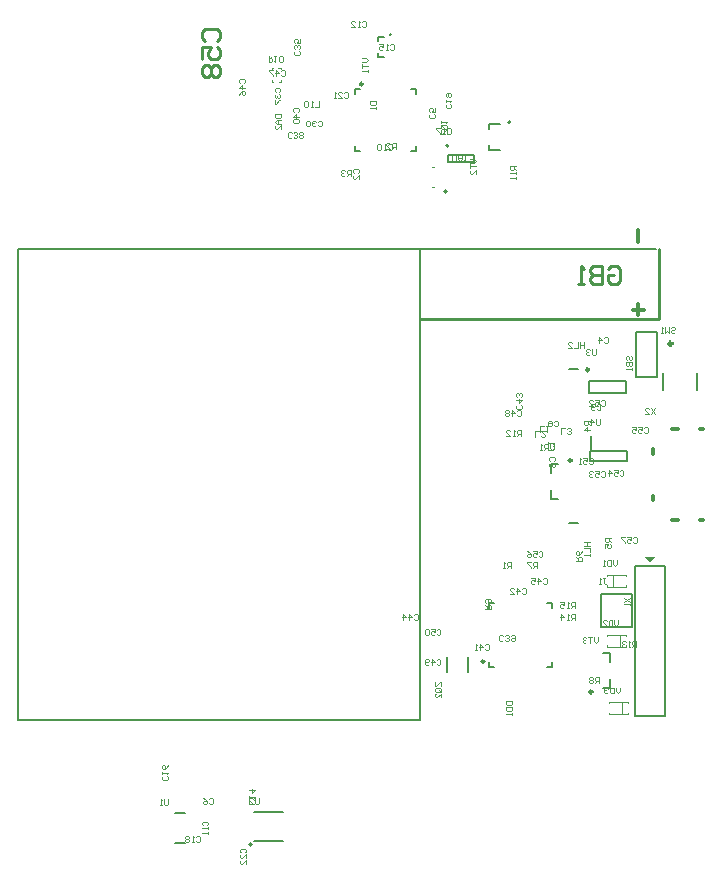
<source format=gbo>
G04*
G04 #@! TF.GenerationSoftware,Altium Limited,Altium Designer,20.2.6 (244)*
G04*
G04 Layer_Color=32896*
%FSLAX43Y43*%
%MOMM*%
G71*
G04*
G04 #@! TF.SameCoordinates,C84C0C97-952F-48A7-9790-35694251DD82*
G04*
G04*
G04 #@! TF.FilePolarity,Positive*
G04*
G01*
G75*
%ADD17C,0.200*%
%ADD18C,0.203*%
%ADD56C,0.250*%
%ADD59C,0.300*%
%ADD90C,0.100*%
%ADD91C,0.150*%
%ADD92C,0.254*%
%ADD93C,0.127*%
G36*
X76970Y35064D02*
X77970D01*
X77470Y34564D01*
X76970Y35064D01*
D02*
G37*
D17*
X60292Y65975D02*
G03*
X60292Y65975I-100J0D01*
G01*
X60433Y69841D02*
G03*
X60433Y69841I-100J0D01*
G01*
X65691Y71837D02*
G03*
X65691Y71837I-100J0D01*
G01*
X24079Y61125D02*
X78029Y61125D01*
X24029Y61075D02*
X24079Y61125D01*
X24029Y21275D02*
Y61075D01*
X58029Y21225D02*
Y61075D01*
X24029Y21225D02*
X58029Y21225D01*
X73331Y29060D02*
X76021D01*
X73331D02*
Y31900D01*
X76021D01*
Y29060D02*
Y31900D01*
X76200Y21590D02*
Y34290D01*
Y21590D02*
X78740D01*
X76200Y34290D02*
X78740D01*
Y21590D02*
Y34290D01*
X72364Y48903D02*
X75464D01*
X72364Y49903D02*
X75464D01*
Y48903D02*
Y49903D01*
X72364Y48903D02*
Y49903D01*
X69150Y39902D02*
Y40702D01*
Y39902D02*
X69750D01*
X69150Y42102D02*
Y42902D01*
X69750D01*
X73506Y23900D02*
X74106D01*
Y24700D01*
X73506Y26900D02*
X74106D01*
Y26100D02*
Y26900D01*
X72441Y43161D02*
X75541D01*
Y43961D01*
X72541D02*
X75541D01*
X72441D02*
X72541D01*
X72441Y43161D02*
Y43961D01*
X72541D02*
Y45261D01*
X70619Y50927D02*
X71381D01*
X70619Y37921D02*
X71381D01*
X60383Y68466D02*
Y69066D01*
X62583Y68466D02*
Y69066D01*
X60383D02*
X62583D01*
X60383Y68466D02*
X62583Y68466D01*
X63841Y71712D02*
X64841D01*
X63841Y71287D02*
Y71712D01*
Y69512D02*
X64841D01*
X63841D02*
Y69937D01*
X52518Y74609D02*
X52943D01*
X52518Y74184D02*
Y74609D01*
Y69409D02*
Y69834D01*
Y69409D02*
X52943D01*
X57293D02*
X57718D01*
Y69834D01*
X57293Y74609D02*
X57718D01*
Y74184D02*
Y74609D01*
X63848Y25748D02*
Y26173D01*
Y25748D02*
X64273D01*
X68823D02*
X69248D01*
Y26173D01*
Y30723D02*
Y31148D01*
X68823D02*
X69248D01*
X63848Y30723D02*
Y31148D01*
X64273D01*
X37331Y13315D02*
X38107D01*
X37331Y10815D02*
X38107D01*
D18*
X43815Y10668D02*
G03*
X43815Y10668I-127J0D01*
G01*
X43987Y10967D02*
X46437D01*
X43987Y13417D02*
X46437D01*
D56*
X72339Y50878D02*
G03*
X72339Y50878I-125J0D01*
G01*
X70875Y43202D02*
G03*
X70875Y43202I-125J0D01*
G01*
X72631Y23600D02*
G03*
X72631Y23600I-125J0D01*
G01*
X53193Y75059D02*
G03*
X53193Y75059I-125J0D01*
G01*
X63498Y26173D02*
G03*
X63498Y26173I-125J0D01*
G01*
D59*
X79388Y53089D02*
G03*
X79388Y53089I-141J0D01*
G01*
X76529Y61675D02*
Y62675D01*
Y55475D02*
Y56475D01*
X76029Y55975D02*
X77029D01*
X81750Y38125D02*
X82025D01*
X81750Y45875D02*
X82025D01*
X79350D02*
X79850D01*
X77800Y43775D02*
Y44125D01*
Y39875D02*
Y40225D01*
X79350Y38125D02*
X79850D01*
D90*
X46372Y76169D02*
G03*
X46372Y76169I-50J0D01*
G01*
X36094Y13040D02*
G03*
X36094Y13040I-50J0D01*
G01*
X75103Y21725D02*
Y22725D01*
X74003Y21725D02*
Y21825D01*
Y21725D02*
X75603D01*
Y21825D01*
X74003Y22625D02*
Y22725D01*
X75603D01*
Y22625D02*
Y22725D01*
X59067Y66350D02*
X59217D01*
X59067Y68050D02*
X59217D01*
X74976Y27440D02*
Y28440D01*
X73876Y27440D02*
Y27540D01*
Y27440D02*
X75476D01*
Y27540D01*
X73876Y28340D02*
Y28440D01*
X75476D01*
Y28340D02*
Y28440D01*
X74376Y32520D02*
Y33520D01*
X75476Y33420D02*
Y33520D01*
X73876D02*
X75476D01*
X73876Y33420D02*
Y33520D01*
X75476Y32520D02*
Y32620D01*
X73876Y32520D02*
X75476D01*
X73876D02*
Y32620D01*
X45472Y75244D02*
X45622D01*
X45472D02*
Y75394D01*
X46222Y75244D02*
Y75394D01*
X46072Y75244D02*
X46222D01*
X45472Y76244D02*
Y76394D01*
X45622D01*
X46222Y76344D02*
Y76394D01*
X46022D02*
X46222D01*
X36625Y16464D02*
X36708Y16381D01*
Y16214D01*
X36625Y16131D01*
X36291D01*
X36208Y16214D01*
Y16381D01*
X36291Y16464D01*
X36208Y16631D02*
Y16797D01*
Y16714D01*
X36708D01*
X36625Y16631D01*
X36708Y17380D02*
X36625Y17214D01*
X36458Y17047D01*
X36291D01*
X36208Y17130D01*
Y17297D01*
X36291Y17380D01*
X36375D01*
X36458Y17297D01*
Y17047D01*
X73279Y46677D02*
Y46261D01*
X73196Y46177D01*
X73029D01*
X72946Y46261D01*
Y46677D01*
X72529Y46177D02*
Y46677D01*
X72779Y46427D01*
X72446D01*
X79249Y54395D02*
X79332Y54478D01*
X79499D01*
X79582Y54395D01*
Y54312D01*
X79499Y54228D01*
X79332D01*
X79249Y54145D01*
Y54062D01*
X79332Y53978D01*
X79499D01*
X79582Y54062D01*
X79083Y54478D02*
Y53978D01*
X78916Y54145D01*
X78749Y53978D01*
Y54478D01*
X78583Y53978D02*
X78416D01*
X78499D01*
Y54478D01*
X78583Y54395D01*
X71171Y30683D02*
Y31183D01*
X70921D01*
X70838Y31100D01*
Y30933D01*
X70921Y30850D01*
X71171D01*
X71004D02*
X70838Y30683D01*
X70671D02*
X70504D01*
X70588D01*
Y31183D01*
X70671Y31100D01*
X69921Y31183D02*
X70254D01*
Y30933D01*
X70088Y31016D01*
X70005D01*
X69921Y30933D01*
Y30767D01*
X70005Y30683D01*
X70171D01*
X70254Y30767D01*
X71171Y29667D02*
Y30167D01*
X70921D01*
X70838Y30084D01*
Y29917D01*
X70921Y29834D01*
X71171D01*
X71004D02*
X70838Y29667D01*
X70671D02*
X70504D01*
X70588D01*
Y30167D01*
X70671Y30084D01*
X70005Y29667D02*
Y30167D01*
X70254Y29917D01*
X69921D01*
X73127Y28237D02*
Y27903D01*
X72960Y27737D01*
X72793Y27903D01*
Y28237D01*
X72627D02*
X72294D01*
X72460D01*
Y27737D01*
X72127Y28153D02*
X72044Y28237D01*
X71877D01*
X71794Y28153D01*
Y28070D01*
X71877Y27987D01*
X71960D01*
X71877D01*
X71794Y27903D01*
Y27820D01*
X71877Y27737D01*
X72044D01*
X72127Y27820D01*
X74955Y23969D02*
Y23636D01*
X74789Y23470D01*
X74622Y23636D01*
Y23969D01*
X74456D02*
Y23470D01*
X74206D01*
X74122Y23553D01*
Y23886D01*
X74206Y23969D01*
X74456D01*
X73956Y23886D02*
X73872Y23969D01*
X73706D01*
X73622Y23886D01*
Y23803D01*
X73706Y23720D01*
X73789D01*
X73706D01*
X73622Y23636D01*
Y23553D01*
X73706Y23470D01*
X73872D01*
X73956Y23553D01*
X74828Y29684D02*
Y29351D01*
X74662Y29185D01*
X74495Y29351D01*
Y29684D01*
X74329D02*
Y29185D01*
X74079D01*
X73995Y29268D01*
Y29601D01*
X74079Y29684D01*
X74329D01*
X73495Y29185D02*
X73829D01*
X73495Y29518D01*
Y29601D01*
X73579Y29684D01*
X73745D01*
X73829Y29601D01*
X74676Y34764D02*
Y34431D01*
X74509Y34265D01*
X74343Y34431D01*
Y34764D01*
X74176D02*
Y34265D01*
X73926D01*
X73843Y34348D01*
Y34681D01*
X73926Y34764D01*
X74176D01*
X73676Y34265D02*
X73510D01*
X73593D01*
Y34764D01*
X73676Y34681D01*
X76352Y27432D02*
Y27932D01*
X76102D01*
X76019Y27849D01*
Y27682D01*
X76102Y27599D01*
X76352D01*
X76186D02*
X76019Y27432D01*
X75853D02*
X75686D01*
X75769D01*
Y27932D01*
X75853Y27849D01*
X75436D02*
X75353Y27932D01*
X75186D01*
X75103Y27849D01*
Y27765D01*
X75186Y27682D01*
X75269D01*
X75186D01*
X75103Y27599D01*
Y27515D01*
X75186Y27432D01*
X75353D01*
X75436Y27515D01*
X73152Y24333D02*
Y24833D01*
X72902D01*
X72819Y24750D01*
Y24583D01*
X72902Y24500D01*
X73152D01*
X72985D02*
X72819Y24333D01*
X72652Y24750D02*
X72569Y24833D01*
X72402D01*
X72319Y24750D01*
Y24666D01*
X72402Y24583D01*
X72319Y24500D01*
Y24417D01*
X72402Y24333D01*
X72569D01*
X72652Y24417D01*
Y24500D01*
X72569Y24583D01*
X72652Y24666D01*
Y24750D01*
X72569Y24583D02*
X72402D01*
X76045Y36620D02*
X76128Y36703D01*
X76294D01*
X76378Y36620D01*
Y36286D01*
X76294Y36203D01*
X76128D01*
X76045Y36286D01*
X75545Y36703D02*
X75878D01*
Y36453D01*
X75711Y36536D01*
X75628D01*
X75545Y36453D01*
Y36286D01*
X75628Y36203D01*
X75795D01*
X75878Y36286D01*
X75378Y36703D02*
X75045D01*
Y36620D01*
X75378Y36286D01*
Y36203D01*
X68069Y35443D02*
X68152Y35526D01*
X68319D01*
X68402Y35443D01*
Y35110D01*
X68319Y35027D01*
X68152D01*
X68069Y35110D01*
X67569Y35526D02*
X67902D01*
Y35277D01*
X67736Y35360D01*
X67652D01*
X67569Y35277D01*
Y35110D01*
X67652Y35027D01*
X67819D01*
X67902Y35110D01*
X67069Y35526D02*
X67236Y35443D01*
X67403Y35277D01*
Y35110D01*
X67319Y35027D01*
X67153D01*
X67069Y35110D01*
Y35193D01*
X67153Y35277D01*
X67403D01*
X65761Y34112D02*
Y34612D01*
X65511D01*
X65427Y34529D01*
Y34362D01*
X65511Y34279D01*
X65761D01*
X65594D02*
X65427Y34112D01*
X65261D02*
X65094D01*
X65177D01*
Y34612D01*
X65261Y34529D01*
X67945Y34112D02*
Y34612D01*
X67695D01*
X67612Y34529D01*
Y34362D01*
X67695Y34279D01*
X67945D01*
X67778D02*
X67612Y34112D01*
X67445Y34612D02*
X67112D01*
Y34529D01*
X67445Y34196D01*
Y34112D01*
X77953Y47642D02*
X77619Y47142D01*
Y47642D02*
X77953Y47142D01*
X77120D02*
X77453D01*
X77120Y47476D01*
Y47559D01*
X77203Y47642D01*
X77369D01*
X77453Y47559D01*
X72898Y52646D02*
Y52230D01*
X72815Y52146D01*
X72648D01*
X72565Y52230D01*
Y52646D01*
X72398Y52563D02*
X72315Y52646D01*
X72148D01*
X72065Y52563D01*
Y52479D01*
X72148Y52396D01*
X72232D01*
X72148D01*
X72065Y52313D01*
Y52230D01*
X72148Y52146D01*
X72315D01*
X72398Y52230D01*
X71882Y53205D02*
Y52705D01*
Y52955D01*
X71549D01*
Y53205D01*
Y52705D01*
X71382Y53205D02*
Y52705D01*
X71049D01*
X70549D02*
X70882D01*
X70549Y53038D01*
Y53122D01*
X70632Y53205D01*
X70799D01*
X70882Y53122D01*
X77010Y45959D02*
X77093Y46042D01*
X77260D01*
X77343Y45959D01*
Y45626D01*
X77260Y45542D01*
X77093D01*
X77010Y45626D01*
X76510Y46042D02*
X76843D01*
Y45792D01*
X76677Y45875D01*
X76593D01*
X76510Y45792D01*
Y45626D01*
X76593Y45542D01*
X76760D01*
X76843Y45626D01*
X76010Y46042D02*
X76343D01*
Y45792D01*
X76177Y45875D01*
X76093D01*
X76010Y45792D01*
Y45626D01*
X76093Y45542D01*
X76260D01*
X76343Y45626D01*
X74927Y42301D02*
X75010Y42384D01*
X75177D01*
X75260Y42301D01*
Y41968D01*
X75177Y41885D01*
X75010D01*
X74927Y41968D01*
X74427Y42384D02*
X74760D01*
Y42135D01*
X74594Y42218D01*
X74510D01*
X74427Y42135D01*
Y41968D01*
X74510Y41885D01*
X74677D01*
X74760Y41968D01*
X74011Y41885D02*
Y42384D01*
X74261Y42135D01*
X73927D01*
X73327Y42225D02*
X73410Y42308D01*
X73577D01*
X73660Y42225D01*
Y41892D01*
X73577Y41808D01*
X73410D01*
X73327Y41892D01*
X72827Y42308D02*
X73160D01*
Y42058D01*
X72994Y42142D01*
X72910D01*
X72827Y42058D01*
Y41892D01*
X72910Y41808D01*
X73077D01*
X73160Y41892D01*
X72660Y42225D02*
X72577Y42308D01*
X72410D01*
X72327Y42225D01*
Y42142D01*
X72410Y42058D01*
X72494D01*
X72410D01*
X72327Y41975D01*
Y41892D01*
X72410Y41808D01*
X72577D01*
X72660Y41892D01*
X73327Y48194D02*
X73410Y48277D01*
X73577D01*
X73660Y48194D01*
Y47861D01*
X73577Y47777D01*
X73410D01*
X73327Y47861D01*
X72827Y48277D02*
X73160D01*
Y48027D01*
X72994Y48111D01*
X72910D01*
X72827Y48027D01*
Y47861D01*
X72910Y47777D01*
X73077D01*
X73160Y47861D01*
X72327Y47777D02*
X72660D01*
X72327Y48111D01*
Y48194D01*
X72410Y48277D01*
X72577D01*
X72660Y48194D01*
X72311Y43351D02*
X72394Y43434D01*
X72561D01*
X72644Y43351D01*
Y43017D01*
X72561Y42934D01*
X72394D01*
X72311Y43017D01*
X71811Y43434D02*
X72144D01*
Y43184D01*
X71978Y43267D01*
X71894D01*
X71811Y43184D01*
Y43017D01*
X71894Y42934D01*
X72061D01*
X72144Y43017D01*
X71644Y42934D02*
X71478D01*
X71561D01*
Y43434D01*
X71644Y43351D01*
X66599Y45288D02*
Y45788D01*
X66349D01*
X66266Y45705D01*
Y45538D01*
X66349Y45455D01*
X66599D01*
X66432D02*
X66266Y45288D01*
X66099D02*
X65932D01*
X66016D01*
Y45788D01*
X66099Y45705D01*
X65349Y45288D02*
X65682D01*
X65349Y45621D01*
Y45705D01*
X65433Y45788D01*
X65599D01*
X65682Y45705D01*
X56007Y69545D02*
Y70045D01*
X55757D01*
X55674Y69962D01*
Y69795D01*
X55757Y69712D01*
X56007D01*
X55840D02*
X55674Y69545D01*
X55174D02*
X55507D01*
X55174Y69878D01*
Y69962D01*
X55257Y70045D01*
X55424D01*
X55507Y69962D01*
X59433Y28839D02*
X59516Y28922D01*
X59683D01*
X59766Y28839D01*
Y28506D01*
X59683Y28423D01*
X59516D01*
X59433Y28506D01*
X58933Y28922D02*
X59266D01*
Y28673D01*
X59100Y28756D01*
X59016D01*
X58933Y28673D01*
Y28506D01*
X59016Y28423D01*
X59183D01*
X59266Y28506D01*
X58767Y28839D02*
X58683Y28922D01*
X58517D01*
X58433Y28839D01*
Y28506D01*
X58517Y28423D01*
X58683D01*
X58767Y28506D01*
Y28839D01*
X59433Y26299D02*
X59516Y26382D01*
X59683D01*
X59766Y26299D01*
Y25966D01*
X59683Y25883D01*
X59516D01*
X59433Y25966D01*
X59016Y25883D02*
Y26382D01*
X59266Y26133D01*
X58933D01*
X58767Y25966D02*
X58683Y25883D01*
X58517D01*
X58433Y25966D01*
Y26299D01*
X58517Y26382D01*
X58683D01*
X58767Y26299D01*
Y26216D01*
X58683Y26133D01*
X58433D01*
X66266Y47407D02*
X66349Y47490D01*
X66515D01*
X66599Y47407D01*
Y47073D01*
X66515Y46990D01*
X66349D01*
X66266Y47073D01*
X65849Y46990D02*
Y47490D01*
X66099Y47240D01*
X65766D01*
X65599Y47407D02*
X65516Y47490D01*
X65349D01*
X65266Y47407D01*
Y47323D01*
X65349Y47240D01*
X65266Y47157D01*
Y47073D01*
X65349Y46990D01*
X65516D01*
X65599Y47073D01*
Y47157D01*
X65516Y47240D01*
X65599Y47323D01*
Y47407D01*
X65516Y47240D02*
X65349D01*
X46276Y76185D02*
X46359Y76268D01*
X46526D01*
X46609Y76185D01*
Y75852D01*
X46526Y75768D01*
X46359D01*
X46276Y75852D01*
X45859Y75768D02*
Y76268D01*
X46109Y76018D01*
X45776D01*
X45609Y76268D02*
X45276D01*
Y76185D01*
X45609Y75852D01*
Y75768D01*
X60322Y71283D02*
X60405Y71366D01*
X60572D01*
X60655Y71283D01*
Y70949D01*
X60572Y70866D01*
X60405D01*
X60322Y70949D01*
X60155Y70866D02*
X59989D01*
X60072D01*
Y71366D01*
X60155Y71283D01*
X59739Y71366D02*
X59406D01*
Y71283D01*
X59739Y70949D01*
Y70866D01*
X55471Y78369D02*
X55554Y78452D01*
X55720D01*
X55804Y78369D01*
Y78036D01*
X55720Y77953D01*
X55554D01*
X55471Y78036D01*
X55304Y77953D02*
X55137D01*
X55221D01*
Y78452D01*
X55304Y78369D01*
X54554Y78452D02*
X54887D01*
Y78203D01*
X54721Y78286D01*
X54638D01*
X54554Y78203D01*
Y78036D01*
X54638Y77953D01*
X54804D01*
X54887Y78036D01*
X69382Y44569D02*
Y44236D01*
X69215Y44069D01*
X69049Y44236D01*
Y44569D01*
X68882Y44069D02*
Y44569D01*
X68632D01*
X68549Y44486D01*
Y44319D01*
X68632Y44236D01*
X68882D01*
X68715D02*
X68549Y44069D01*
X68382D02*
X68216D01*
X68299D01*
Y44569D01*
X68382Y44486D01*
X39035Y11343D02*
X39118Y11426D01*
X39285D01*
X39368Y11343D01*
Y11009D01*
X39285Y10926D01*
X39118D01*
X39035Y11009D01*
X38868Y10926D02*
X38702D01*
X38785D01*
Y11426D01*
X38868Y11343D01*
X38452D02*
X38369Y11426D01*
X38202D01*
X38119Y11343D01*
Y11259D01*
X38202Y11176D01*
X38119Y11093D01*
Y11009D01*
X38202Y10926D01*
X38369D01*
X38452Y11009D01*
Y11093D01*
X38369Y11176D01*
X38452Y11259D01*
Y11343D01*
X38369Y11176D02*
X38202D01*
X73530Y33240D02*
X73697D01*
X73613D01*
Y32824D01*
X73697Y32741D01*
X73780D01*
X73863Y32824D01*
X73363Y32741D02*
X73197D01*
X73280D01*
Y33240D01*
X73363Y33157D01*
X44399Y14622D02*
Y14206D01*
X44316Y14122D01*
X44149D01*
X44066Y14206D01*
Y14622D01*
X43566Y14122D02*
X43899D01*
X43566Y14456D01*
Y14539D01*
X43649Y14622D01*
X43816D01*
X43899Y14539D01*
X36703Y14546D02*
Y14130D01*
X36620Y14046D01*
X36453D01*
X36370Y14130D01*
Y14546D01*
X36203Y14046D02*
X36037D01*
X36120D01*
Y14546D01*
X36203Y14463D01*
X51610Y74331D02*
X51693Y74414D01*
X51860D01*
X51943Y74331D01*
Y73997D01*
X51860Y73914D01*
X51693D01*
X51610Y73997D01*
X51110Y73914D02*
X51443D01*
X51110Y74247D01*
Y74331D01*
X51193Y74414D01*
X51360D01*
X51443Y74331D01*
X50943Y73914D02*
X50777D01*
X50860D01*
Y74414D01*
X50943Y74331D01*
X55318Y69886D02*
X55401Y69969D01*
X55568D01*
X55651Y69886D01*
Y69552D01*
X55568Y69469D01*
X55401D01*
X55318Y69552D01*
X55152Y69469D02*
X54985D01*
X55068D01*
Y69969D01*
X55152Y69886D01*
X54735D02*
X54652Y69969D01*
X54485D01*
X54402Y69886D01*
Y69552D01*
X54485Y69469D01*
X54652D01*
X54735Y69552D01*
Y69886D01*
X69390Y46492D02*
X69473Y46575D01*
X69640D01*
X69723Y46492D01*
Y46159D01*
X69640Y46076D01*
X69473D01*
X69390Y46159D01*
X69223Y46492D02*
X69140Y46575D01*
X68973D01*
X68890Y46492D01*
Y46409D01*
X68973Y46326D01*
X68890Y46242D01*
Y46159D01*
X68973Y46076D01*
X69140D01*
X69223Y46159D01*
Y46242D01*
X69140Y46326D01*
X69223Y46409D01*
Y46492D01*
X69140Y46326D02*
X68973D01*
X40180Y14514D02*
X40263Y14597D01*
X40430D01*
X40513Y14514D01*
Y14180D01*
X40430Y14097D01*
X40263D01*
X40180Y14180D01*
X39680Y14597D02*
X39847Y14514D01*
X40013Y14347D01*
Y14180D01*
X39930Y14097D01*
X39763D01*
X39680Y14180D01*
Y14264D01*
X39763Y14347D01*
X40013D01*
X73581Y53528D02*
X73664Y53611D01*
X73831D01*
X73914Y53528D01*
Y53195D01*
X73831Y53111D01*
X73664D01*
X73581Y53195D01*
X73164Y53111D02*
Y53611D01*
X73414Y53361D01*
X73081D01*
X59313Y24464D02*
Y24131D01*
X59396D01*
X59730Y24464D01*
X59813D01*
Y24131D01*
X59730Y23631D02*
X59396D01*
X59313Y23714D01*
Y23881D01*
X59396Y23964D01*
X59730D01*
X59813Y23881D01*
Y23714D01*
X59646Y23797D02*
X59813Y23631D01*
Y23714D02*
X59730Y23631D01*
X59813Y23131D02*
Y23464D01*
X59480Y23131D01*
X59396D01*
X59313Y23214D01*
Y23381D01*
X59396Y23464D01*
X60281Y70799D02*
Y71133D01*
X60198D01*
X59864Y70799D01*
X59781D01*
Y71133D01*
X59864Y71632D02*
X60198D01*
X60281Y71549D01*
Y71383D01*
X60198Y71299D01*
X59864D01*
X59781Y71383D01*
Y71549D01*
X59948Y71466D02*
X59781Y71632D01*
Y71549D02*
X59864Y71632D01*
X59781Y71799D02*
Y71966D01*
Y71882D01*
X60281D01*
X60198Y71799D01*
X75315Y31584D02*
X75815Y31250D01*
X75315D02*
X75815Y31584D01*
Y31084D02*
Y30917D01*
Y31001D01*
X75315D01*
X75398Y31084D01*
X62234Y68755D02*
X62567D01*
X62734Y68588D01*
X62567Y68422D01*
X62234D01*
Y68255D02*
Y67922D01*
Y68088D01*
X62734D01*
Y67422D02*
Y67755D01*
X62401Y67422D01*
X62317D01*
X62234Y67505D01*
Y67672D01*
X62317Y67755D01*
X53105Y77292D02*
X53438D01*
X53605Y77125D01*
X53438Y76958D01*
X53105D01*
Y76792D02*
Y76459D01*
Y76625D01*
X53605D01*
Y76292D02*
Y76125D01*
Y76209D01*
X53105D01*
X53188Y76292D01*
X75525Y51696D02*
X75442Y51779D01*
Y51946D01*
X75525Y52029D01*
X75609D01*
X75692Y51946D01*
Y51779D01*
X75775Y51696D01*
X75859D01*
X75942Y51779D01*
Y51946D01*
X75859Y52029D01*
X75442Y51529D02*
X75942D01*
Y51279D01*
X75859Y51196D01*
X75775D01*
X75692Y51279D01*
Y51529D01*
Y51279D01*
X75609Y51196D01*
X75525D01*
X75442Y51279D01*
Y51529D01*
X75942Y51029D02*
Y50863D01*
Y50946D01*
X75442D01*
X75525Y51029D01*
X49479Y73652D02*
Y73152D01*
X49146D01*
X48979D02*
X48813D01*
X48896D01*
Y73652D01*
X48979Y73569D01*
X48563D02*
X48480Y73652D01*
X48313D01*
X48230Y73569D01*
Y73235D01*
X48313Y73152D01*
X48480D01*
X48563Y73235D01*
Y73569D01*
X69996Y45470D02*
Y45970D01*
X70329D01*
X70496Y45553D02*
X70579Y45470D01*
X70746D01*
X70829Y45553D01*
Y45637D01*
X70746Y45720D01*
X70662D01*
X70746D01*
X70829Y45803D01*
Y45887D01*
X70746Y45970D01*
X70579D01*
X70496Y45887D01*
X67774Y45216D02*
Y45716D01*
X68107D01*
X68607D02*
X68274D01*
X68607Y45383D01*
Y45299D01*
X68524Y45216D01*
X68357D01*
X68274Y45299D01*
X68174Y45597D02*
Y46097D01*
X68508D01*
X68674D02*
X68841D01*
X68757D01*
Y45597D01*
X68674Y45680D01*
X71893Y36265D02*
X72393D01*
X72143D01*
Y35931D01*
X71893D01*
X72393D01*
X71893Y35765D02*
X72393D01*
Y35432D01*
Y35265D02*
Y35098D01*
Y35182D01*
X71893D01*
X71976Y35265D01*
X60768Y68560D02*
Y69060D01*
X61018D01*
X61102Y68977D01*
Y68643D01*
X61018Y68560D01*
X60768D01*
X61268Y69060D02*
Y68727D01*
X61435Y68560D01*
X61601Y68727D01*
Y69060D01*
Y68810D01*
X61268D01*
X61768Y69060D02*
X61935D01*
X61851D01*
Y68560D01*
X61768Y68643D01*
X66163Y68130D02*
X65663D01*
Y67880D01*
X65746Y67797D01*
X65913D01*
X65996Y67880D01*
Y68130D01*
Y67963D02*
X66163Y67797D01*
Y67630D02*
Y67463D01*
Y67547D01*
X65663D01*
X65746Y67630D01*
X66163Y67214D02*
Y67047D01*
Y67130D01*
X65663D01*
X65746Y67214D01*
X45206Y77466D02*
Y76966D01*
X45456D01*
X45539Y77049D01*
Y77216D01*
X45456Y77299D01*
X45206D01*
X45372D02*
X45539Y77466D01*
X45706D02*
X45872D01*
X45789D01*
Y76966D01*
X45706Y77049D01*
X46122D02*
X46205Y76966D01*
X46372D01*
X46455Y77049D01*
Y77383D01*
X46372Y77466D01*
X46205D01*
X46122Y77383D01*
Y77049D01*
X63504Y30623D02*
X64004D01*
Y30873D01*
X63921Y30956D01*
X63754D01*
X63671Y30873D01*
Y30623D01*
Y30790D02*
X63504Y30956D01*
X63587Y31123D02*
X63504Y31206D01*
Y31373D01*
X63587Y31456D01*
X63921D01*
X64004Y31373D01*
Y31206D01*
X63921Y31123D01*
X63837D01*
X63754Y31206D01*
Y31456D01*
X71258Y34694D02*
X71758D01*
Y34944D01*
X71675Y35027D01*
X71508D01*
X71425Y34944D01*
Y34694D01*
Y34861D02*
X71258Y35027D01*
X71758Y35527D02*
X71675Y35360D01*
X71508Y35194D01*
X71341D01*
X71258Y35277D01*
Y35444D01*
X71341Y35527D01*
X71425D01*
X71508Y35444D01*
Y35194D01*
X74231Y36620D02*
X73731D01*
Y36370D01*
X73814Y36287D01*
X73981D01*
X74064Y36370D01*
Y36620D01*
Y36453D02*
X74231Y36287D01*
X73731Y35787D02*
Y36120D01*
X73981D01*
X73898Y35954D01*
Y35870D01*
X73981Y35787D01*
X74148D01*
X74231Y35870D01*
Y36037D01*
X74148Y36120D01*
X72393Y46526D02*
X71893D01*
Y46276D01*
X71976Y46193D01*
X72143D01*
X72226Y46276D01*
Y46526D01*
Y46359D02*
X72393Y46193D01*
Y45776D02*
X71893D01*
X72143Y46026D01*
Y45693D01*
X52174Y67314D02*
Y67814D01*
X51924D01*
X51841Y67731D01*
Y67564D01*
X51924Y67481D01*
X52174D01*
X52007D02*
X51841Y67314D01*
X51674Y67731D02*
X51591Y67814D01*
X51424D01*
X51341Y67731D01*
Y67647D01*
X51424Y67564D01*
X51508D01*
X51424D01*
X51341Y67481D01*
Y67397D01*
X51424Y67314D01*
X51591D01*
X51674Y67397D01*
X65282Y22817D02*
X65782D01*
Y22567D01*
X65699Y22483D01*
X65365D01*
X65282Y22567D01*
Y22817D01*
Y22317D02*
X65782D01*
Y22067D01*
X65699Y21984D01*
X65365D01*
X65282Y22067D01*
Y22317D01*
X65782Y21817D02*
Y21650D01*
Y21734D01*
X65282D01*
X65365Y21817D01*
X45724Y72557D02*
X46224D01*
Y72307D01*
X46141Y72224D01*
X45807D01*
X45724Y72307D01*
Y72557D01*
X46224Y72057D02*
X45891D01*
X45724Y71890D01*
X45891Y71724D01*
X46224D01*
X45974D01*
Y72057D01*
X46224Y71224D02*
Y71557D01*
X45891Y71224D01*
X45807D01*
X45724Y71307D01*
Y71474D01*
X45807Y71557D01*
X53828Y73632D02*
X54328D01*
Y73382D01*
X54245Y73298D01*
X53911D01*
X53828Y73382D01*
Y73632D01*
X54328Y73132D02*
Y72965D01*
Y73049D01*
X53828D01*
X53911Y73132D01*
X42759Y75145D02*
X42676Y75228D01*
Y75395D01*
X42759Y75478D01*
X43093D01*
X43176Y75395D01*
Y75228D01*
X43093Y75145D01*
X43176Y74728D02*
X42676D01*
X42926Y74978D01*
Y74645D01*
X42676Y74145D02*
X42759Y74312D01*
X42926Y74478D01*
X43093D01*
X43176Y74395D01*
Y74228D01*
X43093Y74145D01*
X43009D01*
X42926Y74228D01*
Y74478D01*
X68414Y33187D02*
X68497Y33270D01*
X68664D01*
X68747Y33187D01*
Y32853D01*
X68664Y32770D01*
X68497D01*
X68414Y32853D01*
X67997Y32770D02*
Y33270D01*
X68247Y33020D01*
X67914D01*
X67414Y33270D02*
X67747D01*
Y33020D01*
X67581Y33103D01*
X67497D01*
X67414Y33020D01*
Y32853D01*
X67497Y32770D01*
X67664D01*
X67747Y32853D01*
X57500Y30139D02*
X57583Y30222D01*
X57750D01*
X57833Y30139D01*
Y29805D01*
X57750Y29722D01*
X57583D01*
X57500Y29805D01*
X57083Y29722D02*
Y30222D01*
X57333Y29972D01*
X57000D01*
X56583Y29722D02*
Y30222D01*
X56833Y29972D01*
X56500D01*
X66588Y47918D02*
X66671Y47835D01*
Y47668D01*
X66588Y47585D01*
X66254D01*
X66171Y47668D01*
Y47835D01*
X66254Y47918D01*
X66171Y48335D02*
X66671D01*
X66421Y48085D01*
Y48418D01*
X66588Y48585D02*
X66671Y48668D01*
Y48835D01*
X66588Y48918D01*
X66504D01*
X66421Y48835D01*
Y48751D01*
Y48835D01*
X66338Y48918D01*
X66254D01*
X66171Y48835D01*
Y48668D01*
X66254Y48585D01*
X66636Y32298D02*
X66719Y32381D01*
X66886D01*
X66969Y32298D01*
Y31964D01*
X66886Y31881D01*
X66719D01*
X66636Y31964D01*
X66219Y31881D02*
Y32381D01*
X66469Y32131D01*
X66136D01*
X65636Y31881D02*
X65969D01*
X65636Y32214D01*
Y32298D01*
X65719Y32381D01*
X65886D01*
X65969Y32298D01*
X63548Y27595D02*
X63631Y27678D01*
X63798D01*
X63881Y27595D01*
Y27261D01*
X63798Y27178D01*
X63631D01*
X63548Y27261D01*
X63131Y27178D02*
Y27678D01*
X63381Y27428D01*
X63048D01*
X62881Y27178D02*
X62715D01*
X62798D01*
Y27678D01*
X62881Y27595D01*
X47331Y72732D02*
X47248Y72815D01*
Y72982D01*
X47331Y73065D01*
X47665D01*
X47748Y72982D01*
Y72815D01*
X47665Y72732D01*
X47748Y72315D02*
X47248D01*
X47498Y72565D01*
Y72232D01*
X47331Y72065D02*
X47248Y71982D01*
Y71815D01*
X47331Y71732D01*
X47665D01*
X47748Y71815D01*
Y71982D01*
X47665Y72065D01*
X47331D01*
X65063Y28027D02*
X64980Y27944D01*
X64813D01*
X64730Y28027D01*
Y28361D01*
X64813Y28444D01*
X64980D01*
X65063Y28361D01*
X65230Y28027D02*
X65313Y27944D01*
X65480D01*
X65563Y28027D01*
Y28111D01*
X65480Y28194D01*
X65397D01*
X65480D01*
X65563Y28277D01*
Y28361D01*
X65480Y28444D01*
X65313D01*
X65230Y28361D01*
X65730D02*
X65813Y28444D01*
X65980D01*
X66063Y28361D01*
Y28027D01*
X65980Y27944D01*
X65813D01*
X65730Y28027D01*
Y28111D01*
X65813Y28194D01*
X66063D01*
X47156Y70572D02*
X47073Y70489D01*
X46906D01*
X46823Y70572D01*
Y70906D01*
X46906Y70989D01*
X47073D01*
X47156Y70906D01*
X47323Y70572D02*
X47406Y70489D01*
X47573D01*
X47656Y70572D01*
Y70656D01*
X47573Y70739D01*
X47490D01*
X47573D01*
X47656Y70822D01*
Y70906D01*
X47573Y70989D01*
X47406D01*
X47323Y70906D01*
X47823Y70572D02*
X47906Y70489D01*
X48073D01*
X48156Y70572D01*
Y70656D01*
X48073Y70739D01*
X48156Y70822D01*
Y70906D01*
X48073Y70989D01*
X47906D01*
X47823Y70906D01*
Y70822D01*
X47906Y70739D01*
X47823Y70656D01*
Y70572D01*
X47906Y70739D02*
X48073D01*
X45798Y74383D02*
X45715Y74466D01*
Y74633D01*
X45798Y74716D01*
X46132D01*
X46215Y74633D01*
Y74466D01*
X46132Y74383D01*
X45798Y74216D02*
X45715Y74133D01*
Y73966D01*
X45798Y73883D01*
X45882D01*
X45965Y73966D01*
Y74049D01*
Y73966D01*
X46048Y73883D01*
X46132D01*
X46215Y73966D01*
Y74133D01*
X46132Y74216D01*
X45715Y73716D02*
Y73383D01*
X45798D01*
X46132Y73716D01*
X46215D01*
X47792Y77890D02*
X47875Y77807D01*
Y77640D01*
X47792Y77557D01*
X47458D01*
X47375Y77640D01*
Y77807D01*
X47458Y77890D01*
X47792Y78057D02*
X47875Y78140D01*
Y78307D01*
X47792Y78390D01*
X47708D01*
X47625Y78307D01*
Y78224D01*
Y78307D01*
X47542Y78390D01*
X47458D01*
X47375Y78307D01*
Y78140D01*
X47458Y78057D01*
X47875Y78890D02*
Y78557D01*
X47625D01*
X47708Y78723D01*
Y78807D01*
X47625Y78890D01*
X47458D01*
X47375Y78807D01*
Y78640D01*
X47458Y78557D01*
X49400Y71892D02*
X49483Y71975D01*
X49650D01*
X49733Y71892D01*
Y71559D01*
X49650Y71476D01*
X49483D01*
X49400Y71559D01*
X49233Y71892D02*
X49150Y71975D01*
X48983D01*
X48900Y71892D01*
Y71809D01*
X48983Y71726D01*
X49067D01*
X48983D01*
X48900Y71642D01*
Y71559D01*
X48983Y71476D01*
X49150D01*
X49233Y71559D01*
X48734Y71892D02*
X48650Y71975D01*
X48484D01*
X48400Y71892D01*
Y71559D01*
X48484Y71476D01*
X48650D01*
X48734Y71559D01*
Y71892D01*
X42862Y10005D02*
X42779Y10088D01*
Y10255D01*
X42862Y10338D01*
X43196D01*
X43279Y10255D01*
Y10088D01*
X43196Y10005D01*
X43279Y9505D02*
Y9838D01*
X42946Y9505D01*
X42862D01*
X42779Y9588D01*
Y9755D01*
X42862Y9838D01*
X43279Y9005D02*
Y9338D01*
X42946Y9005D01*
X42862D01*
X42779Y9088D01*
Y9255D01*
X42862Y9338D01*
X60610Y73360D02*
X60693Y73277D01*
Y73110D01*
X60610Y73027D01*
X60276D01*
X60193Y73110D01*
Y73277D01*
X60276Y73360D01*
X60193Y73527D02*
Y73693D01*
Y73610D01*
X60693D01*
X60610Y73527D01*
X60276Y73943D02*
X60193Y74026D01*
Y74193D01*
X60276Y74276D01*
X60610D01*
X60693Y74193D01*
Y74026D01*
X60610Y73943D01*
X60526D01*
X60443Y74026D01*
Y74276D01*
X53132Y80304D02*
X53215Y80387D01*
X53382D01*
X53465Y80304D01*
Y79970D01*
X53382Y79887D01*
X53215D01*
X53132Y79970D01*
X52965Y79887D02*
X52799D01*
X52882D01*
Y80387D01*
X52965Y80304D01*
X52216Y79887D02*
X52549D01*
X52216Y80220D01*
Y80304D01*
X52299Y80387D01*
X52466D01*
X52549Y80304D01*
X72981Y47919D02*
X73064Y48002D01*
X73231D01*
X73314Y47919D01*
Y47585D01*
X73231Y47502D01*
X73064D01*
X72981Y47585D01*
X72814D02*
X72731Y47502D01*
X72564D01*
X72481Y47585D01*
Y47919D01*
X72564Y48002D01*
X72731D01*
X72814Y47919D01*
Y47835D01*
X72731Y47752D01*
X72481D01*
X43982Y14432D02*
X44065Y14349D01*
Y14182D01*
X43982Y14099D01*
X43648D01*
X43565Y14182D01*
Y14349D01*
X43648Y14432D01*
X43565Y14599D02*
Y14765D01*
Y14682D01*
X44065D01*
X43982Y14599D01*
X43565Y15265D02*
X44065D01*
X43815Y15015D01*
Y15348D01*
X39687Y12293D02*
X39604Y12376D01*
Y12543D01*
X39687Y12626D01*
X40021D01*
X40104Y12543D01*
Y12376D01*
X40021Y12293D01*
X40104Y12126D02*
Y11959D01*
Y12043D01*
X39604D01*
X39687Y12126D01*
X40104Y11710D02*
Y11543D01*
Y11626D01*
X39604D01*
X39687Y11710D01*
X59232Y72552D02*
X59315Y72469D01*
Y72302D01*
X59232Y72219D01*
X58898D01*
X58815Y72302D01*
Y72469D01*
X58898Y72552D01*
X59315Y73052D02*
Y72719D01*
X59065D01*
X59148Y72885D01*
Y72969D01*
X59065Y73052D01*
X58898D01*
X58815Y72969D01*
Y72802D01*
X58898Y72719D01*
X69039Y43145D02*
X68956Y43228D01*
Y43395D01*
X69039Y43478D01*
X69373D01*
X69456Y43395D01*
Y43228D01*
X69373Y43145D01*
X69039Y42978D02*
X68956Y42895D01*
Y42728D01*
X69039Y42645D01*
X69123D01*
X69206Y42728D01*
Y42812D01*
Y42728D01*
X69289Y42645D01*
X69373D01*
X69456Y42728D01*
Y42895D01*
X69373Y42978D01*
X52420Y67529D02*
X52337Y67612D01*
Y67779D01*
X52420Y67862D01*
X52754D01*
X52837Y67779D01*
Y67612D01*
X52754Y67529D01*
X52837Y67029D02*
Y67362D01*
X52504Y67029D01*
X52420D01*
X52337Y67112D01*
Y67279D01*
X52420Y67362D01*
X69255Y44442D02*
X69338Y44358D01*
Y44192D01*
X69255Y44108D01*
X68921D01*
X68838Y44192D01*
Y44358D01*
X68921Y44442D01*
X68838Y44608D02*
Y44775D01*
Y44691D01*
X69338D01*
X69255Y44608D01*
D91*
X55589Y79232D02*
G03*
X55589Y79232I-75J0D01*
G01*
X76316Y50290D02*
X78116D01*
X76316D02*
Y54090D01*
X78116D01*
Y50290D02*
Y54090D01*
X60314Y25328D02*
Y26528D01*
X62114Y25328D02*
Y26528D01*
X54464Y77382D02*
X55014D01*
X54464Y79082D02*
X55014D01*
X54464Y77382D02*
Y77732D01*
Y78732D02*
Y79082D01*
D92*
X78229Y55175D02*
Y61075D01*
X58070Y55175D02*
X78170D01*
X39853Y78690D02*
X39599Y78943D01*
Y79451D01*
X39853Y79705D01*
X40869D01*
X41123Y79451D01*
Y78943D01*
X40869Y78690D01*
X39599Y77166D02*
Y78182D01*
X40361D01*
X40107Y77674D01*
Y77420D01*
X40361Y77166D01*
X40869D01*
X41123Y77420D01*
Y77928D01*
X40869Y78182D01*
X39853Y76658D02*
X39599Y76404D01*
Y75896D01*
X39853Y75643D01*
X40107D01*
X40361Y75896D01*
X40615Y75643D01*
X40869D01*
X41123Y75896D01*
Y76404D01*
X40869Y76658D01*
X40615D01*
X40361Y76404D01*
X40107Y76658D01*
X39853D01*
X40361Y76404D02*
Y75896D01*
X73914Y59436D02*
X74168Y59690D01*
X74675D01*
X74929Y59436D01*
Y58420D01*
X74675Y58166D01*
X74168D01*
X73914Y58420D01*
Y58928D01*
X74422D01*
X73406Y59690D02*
Y58166D01*
X72644D01*
X72390Y58420D01*
Y58674D01*
X72644Y58928D01*
X73406D01*
X72644D01*
X72390Y59182D01*
Y59436D01*
X72644Y59690D01*
X73406D01*
X71882Y58166D02*
X71375D01*
X71628D01*
Y59690D01*
X71882Y59436D01*
D93*
X78597Y49155D02*
Y50623D01*
X81497Y49155D02*
Y50623D01*
M02*

</source>
